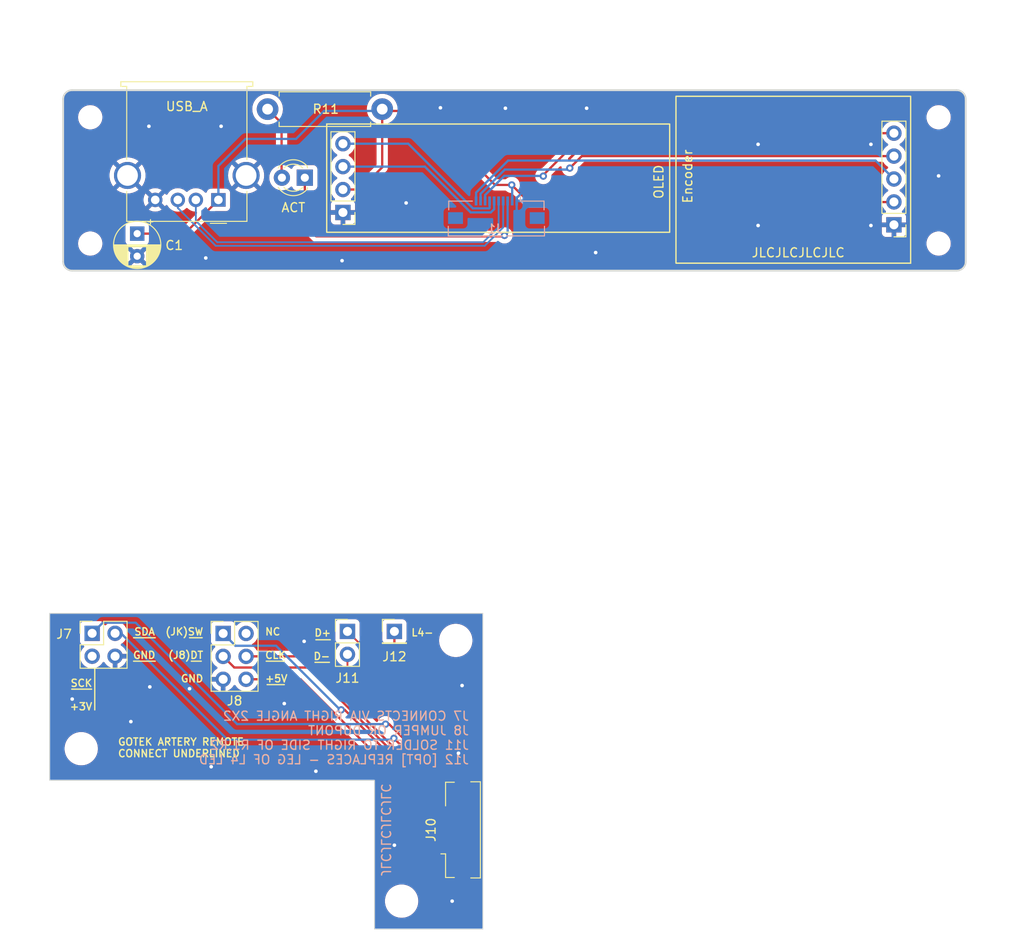
<source format=kicad_pcb>
(kicad_pcb (version 20240108) (generator "pcbnew") (generator_version "8.0")
  (layers (0 "F.Cu" signal) (31 "B.Cu" signal) (34 "B.Paste" user) (35 "F.Paste" user) (36 "B.SilkS" user "B.Silkscreen") (37 "F.SilkS" user "F.Silkscreen") (38 "B.Mask" user) (39 "F.Mask" user) (44 "Edge.Cuts" user))
  (net 0 "")
  (net 1 "/GND")
  (net 2 "/+5V")
  (net 3 "/ACT_LED_SINK")
  (net 4 "/USB_D+")
  (net 5 "/USB_D-")
  (net 6 "/OLED_SCK")
  (net 7 "/OLED_SDA")
  (net 8 "/ROT_CLK")
  (net 9 "/ROT_DT")
  (net 10 "/ROT_SW")
  (net 11 "/Gotek Side/OLED_SDA")
  (net 12 "/Gotek Side/OLED_SCK")
  (net 13 "/Gotek Side/ROT_DT")
  (net 14 "/Gotek Side/GND")
  (net 15 "/Gotek Side/USB_D+")
  (net 16 "/Gotek Side/USB_D-")
  (net 17 "/Gotek Side/ROT_SW")
  (net 18 "/Gotek Side/ROT_CLK")
  (net 19 "/Gotek Side/+3V")
  (net 21 "/Gotek Side/+5V")
  (net 22 "Net-(D11-A)")
  (net 23 "/Gotek Side/ACT_LED_SINK")
  (footprint "Connector_PinHeader_2.54mm:PinHeader_2x03_P2.54mm_Vertical" (layer "F.Cu") (at 64.725 100.225)
    (property "Reference" "J8" (at 1.27 7.475 0) (layer "F.SilkS"))
    (property "Value" "J8 Mirror")
    (fp_line (start -1.33 -1.33) (end 0 -1.33) (stroke (width 0.12)) (layer "F.SilkS"))
    (fp_line (start -1.33 0) (end -1.33 -1.33) (stroke (width 0.12)) (layer "F.SilkS"))
    (fp_line (start -1.33 1.27) (end -1.33 6.41) (stroke (width 0.12)) (layer "F.SilkS"))
    (fp_line (start -1.33 1.27) (end 1.27 1.27) (stroke (width 0.12)) (layer "F.SilkS"))
    (fp_line (start -1.33 6.41) (end 3.87 6.41) (stroke (width 0.12)) (layer "F.SilkS"))
    (fp_line (start 1.27 -1.33) (end 3.87 -1.33) (stroke (width 0.12)) (layer "F.SilkS"))
    (fp_line (start 1.27 1.27) (end 1.27 -1.33) (stroke (width 0.12)) (layer "F.SilkS"))
    (fp_line (start 3.87 -1.33) (end 3.87 6.41) (stroke (width 0.12)) (layer "F.SilkS"))
    (pad "1" thru_hole rect (at 0 0) (size 1.7 1.7) (drill 1) (layers "*.Cu" "*.Mask") (net 17 "/Gotek Side/ROT_SW"))
    (pad "2" thru_hole oval (at 2.54 0) (size 1.7 1.7) (drill 1) (layers "*.Cu" "*.Mask"))
    (pad "3" thru_hole oval (at 0 2.54) (size 1.7 1.7) (drill 1) (layers "*.Cu" "*.Mask") (net 13 "/Gotek Side/ROT_DT"))
    (pad "4" thru_hole oval (at 2.54 2.54) (size 1.7 1.7) (drill 1) (layers "*.Cu" "*.Mask") (net 18 "/Gotek Side/ROT_CLK"))
    (pad "5" thru_hole oval (at 0 5.08) (size 1.7 1.7) (drill 1) (layers "*.Cu" "*.Mask") (net 14 "/Gotek Side/GND"))
    (pad "6" thru_hole oval (at 2.54 5.08) (size 1.7 1.7) (drill 1) (layers "*.Cu" "*.Mask") (net 21 "/Gotek Side/+5V"))
  )
  (footprint "Connector_USB:USB_A_Molex_67643_Horizontal" (layer "F.Cu") (at 64.2 52.16 180)
    (property "Reference" "J2" (hide yes))
    (property "Value" "USB_A" (at 3.5 10.36 0) (layer "F.SilkS"))
    (fp_line (start 10.81 13.1) (end 10.81 12.58) (stroke (width 0.12)) (layer "F.SilkS"))
    (fp_line (start 10.81 12.58) (end 10.16 12.58) (stroke (width 0.12)) (layer "F.SilkS"))
    (fp_line (start 10.16 4.47) (end 10.16 12.58) (stroke (width 0.12)) (layer "F.SilkS"))
    (fp_line (start 10.16 -2.38) (end 10.16 0.95) (stroke (width 0.12)) (layer "F.SilkS"))
    (fp_line (start -0.9 -2.6) (end 0.9 -2.6) (stroke (width 0.12)) (layer "F.SilkS"))
    (fp_line (start -3.16 12.58) (end -3.16 4.47) (stroke (width 0.12)) (layer "F.SilkS"))
    (fp_line (start -3.16 12.58) (end -3.81 12.58) (stroke (width 0.12)) (layer "F.SilkS"))
    (fp_line (start -3.16 -2.38) (end 10.16 -2.38) (stroke (width 0.12)) (layer "F.SilkS"))
    (fp_line (start -3.16 -2.38) (end -3.16 0.95) (stroke (width 0.12)) (layer "F.SilkS"))
    (fp_line (start -3.81 13.1) (end 10.81 13.1) (stroke (width 0.12)) (layer "F.SilkS"))
    (fp_line (start -3.81 12.58) (end -3.81 13.1) (stroke (width 0.12)) (layer "F.SilkS"))
    (pad "1" thru_hole rect (at 0 0 180) (size 1.6 1.5) (drill 0.95) (layers "*.Cu" "*.Mask") (net 2 "/+5V"))
    (pad "2" thru_hole circle (at 2.5 0 180) (size 1.6 1.6) (drill 0.95) (layers "*.Cu" "*.Mask") (net 5 "/USB_D-"))
    (pad "3" thru_hole circle (at 4.5 0 180) (size 1.6 1.6) (drill 0.95) (layers "*.Cu" "*.Mask") (net 4 "/USB_D+"))
    (pad "4" thru_hole circle (at 7 0 180) (size 1.6 1.6) (drill 0.95) (layers "*.Cu" "*.Mask") (net 1 "/GND"))
    (pad "5" thru_hole circle (at -3.07 2.71 180) (size 3 3) (drill 2.3) (layers "*.Cu" "*.Mask") (net 1 "/GND"))
    (pad "5" thru_hole circle (at 10.07 2.71 180) (size 3 3) (drill 2.3) (layers "*.Cu" "*.Mask") (net 1 "/GND"))
  )
  (footprint "LED_THT:LED_D3.0mm" (layer "F.Cu") (at 73.775 49.7 180)
    (property "Reference" "D11" (hide yes))
    (property "Value" "LED" (hide yes))
    (fp_line (start -0.29 1.08) (end -0.29 1.236) (stroke (width 0.12)) (layer "F.SilkS"))
    (fp_line (start -0.29 -1.236) (end -0.29 -1.08) (stroke (width 0.12)) (layer "F.SilkS"))
    (fp_arc (start 2.942335 1.078608) (mid 1.366487 1.987659) (end -0.29 1.235516) (stroke (width 0.12)) (layer "F.SilkS"))
    (fp_arc (start 2.31113 1.079837) (mid 1.270117 1.5) (end 0.229039 1.08) (stroke (width 0.12)) (layer "F.SilkS"))
    (fp_arc (start 0.229039 -1.08) (mid 1.270117 -1.5) (end 2.31113 -1.079837) (stroke (width 0.12)) (layer "F.SilkS"))
    (fp_arc (start -0.29 -1.235516) (mid 1.366487 -1.987659) (end 2.942335 -1.078608) (stroke (width 0.12)) (layer "F.SilkS"))
    (pad "1" thru_hole rect (at 0 0 180) (size 1.8 1.8) (drill 0.9) (layers "*.Cu" "*.Mask") (net 3 "/ACT_LED_SINK"))
    (pad "2" thru_hole circle (at 2.54 0 180) (size 1.8 1.8) (drill 0.9) (layers "*.Cu" "*.Mask") (net 22 "Net-(D11-A)"))
  )
  (footprint "Connector_PinHeader_2.54mm:PinHeader_1x05_P2.54mm_Vertical" (layer "F.Cu") (at 139.050001 54.925 180)
    (property "Reference" "J4")
    (property "Value" "Encoder" (at 22.85 5.375 -90) (layer "F.SilkS"))
    (fp_line (start 1.33 1.270001) (end 1.33 11.49) (stroke (width 0.12)) (layer "F.SilkS"))
    (fp_line (start -1.33 11.49) (end 1.33 11.49) (stroke (width 0.12)) (layer "F.SilkS"))
    (fp_line (start -1.33 1.270001) (end 1.33 1.270001) (stroke (width 0.12)) (layer "F.SilkS"))
    (fp_line (start -1.33 1.270001) (end -1.33 11.49) (stroke (width 0.12)) (layer "F.SilkS"))
    (fp_line (start -1.33 0) (end -1.33 -1.33) (stroke (width 0.12)) (layer "F.SilkS"))
    (fp_line (start -1.33 -1.33) (end 0 -1.33) (stroke (width 0.12)) (layer "F.SilkS"))
    (pad "1" thru_hole rect (at 0 0 180) (size 1.7 1.7) (drill 1) (layers "*.Cu" "*.Mask") (net 1 "/GND"))
    (pad "2" thru_hole oval (at 0 2.54 180) (size 1.7 1.7) (drill 1) (layers "*.Cu" "*.Mask") (net 2 "/+5V"))
    (pad "3" thru_hole oval (at 0 5.079999 180) (size 1.7 1.7) (drill 1) (layers "*.Cu" "*.Mask") (net 10 "/ROT_SW"))
    (pad "4" thru_hole oval (at 0 7.62 180) (size 1.7 1.7) (drill 1) (layers "*.Cu" "*.Mask") (net 9 "/ROT_DT"))
    (pad "5" thru_hole oval (at 0 10.16 180) (size 1.7 1.7) (drill 1) (layers "*.Cu" "*.Mask") (net 8 "/ROT_CLK"))
  )
  (footprint "MountingHole:MountingHole_2.2mm_M2" (layer "F.Cu") (at 50 43)
    (property "Reference" "H1" (hide yes))
    (property "Value" "MountingHole_2.2mm_M2")
    (pad "" np_thru_hole circle (at 0 0) (size 2.2 2.2) (drill 2.2) (layers "*.Cu" "*.Mask"))
  )
  (footprint "MountingHole:MountingHole_3.2mm_M3" (layer "F.Cu") (at 49 113)
    (property "Reference" "H5" (hide yes))
    (property "Value" "MountingHole_3.2mm_M3" (hide yes))
    (pad "" np_thru_hole circle (at 0 0) (size 3.2 3.2) (drill 3.2) (layers "*.Cu" "*.Mask"))
  )
  (footprint "Connector_PinHeader_2.54mm:PinHeader_2x02_P2.54mm_Vertical" (layer "F.Cu") (at 50.21 100.21)
    (property "Reference" "J7" (at -3.11 0.09 0) (layer "F.SilkS"))
    (property "Value" "J7 Right Angle Connector")
    (fp_line (start -1.33 -1.33) (end 0 -1.33) (stroke (width 0.12)) (layer "F.SilkS"))
    (fp_line (start -1.33 0) (end -1.33 -1.33) (stroke (width 0.12)) (layer "F.SilkS"))
    (fp_line (start -1.33 1.27) (end -1.33 3.87) (stroke (width 0.12)) (layer "F.SilkS"))
    (fp_line (start -1.33 1.27) (end 1.27 1.27) (stroke (width 0.12)) (layer "F.SilkS"))
    (fp_line (start -1.33 3.87) (end 3.87 3.87) (stroke (width 0.12)) (layer "F.SilkS"))
    (fp_line (start 1.27 -1.33) (end 3.87 -1.33) (stroke (width 0.12)) (layer "F.SilkS"))
    (fp_line (start 1.27 1.27) (end 1.27 -1.33) (stroke (width 0.12)) (layer "F.SilkS"))
    (fp_line (start 3.87 -1.33) (end 3.87 3.87) (stroke (width 0.12)) (layer "F.SilkS"))
    (pad "1" thru_hole rect (at 0 0) (size 1.7 1.7) (drill 1) (layers "*.Cu" "*.Mask") (net 12 "/Gotek Side/OLED_SCK"))
    (pad "2" thru_hole oval (at 2.54 0) (size 1.7 1.7) (drill 1) (layers "*.Cu" "*.Mask") (net 11 "/Gotek Side/OLED_SDA"))
    (pad "3" thru_hole oval (at 0 2.54) (size 1.7 1.7) (drill 1) (layers "*.Cu" "*.Mask") (net 19 "/Gotek Side/+3V"))
    (pad "4" thru_hole oval (at 2.54 2.54) (size 1.7 1.7) (drill 1) (layers "*.Cu" "*.Mask") (net 14 "/Gotek Side/GND"))
  )
  (footprint "Capacitor_THT:CP_Radial_D5.0mm_P2.50mm" (layer "F.Cu") (at 55.2 55.9 -90)
    (property "Reference" "C1" (at 1.3 -4.1 180) (layer "F.SilkS"))
    (property "Value" "22u" (hide yes))
    (fp_line (start 1.69 1.040001) (end 1.69 2.543) (stroke (width 0.12)) (layer "F.SilkS"))
    (fp_line (start 1.85 1.040001) (end 1.85 2.511001) (stroke (width 0.12)) (layer "F.SilkS"))
    (fp_line (start 1.971 1.040001) (end 1.971 2.48) (stroke (width 0.12)) (layer "F.SilkS"))
    (fp_line (start 2.131 1.040001) (end 2.131 2.428) (stroke (width 0.12)) (layer "F.SilkS"))
    (fp_line (start 2.411 1.040001) (end 2.411 2.31) (stroke (width 0.12)) (layer "F.SilkS"))
    (fp_line (start 2.571 1.040001) (end 2.571 2.224) (stroke (width 0.12)) (layer "F.SilkS"))
    (fp_line (start 3.011 1.040001) (end 3.011001 1.901) (stroke (width 0.12)) (layer "F.SilkS"))
    (fp_line (start 3.451 1.040001) (end 3.451 1.383) (stroke (width 0.12)) (layer "F.SilkS"))
    (fp_line (start 1.49 1.04) (end 1.49 2.569) (stroke (width 0.12)) (layer "F.SilkS"))
    (fp_line (start 1.529999 1.04) (end 1.529999 2.565) (stroke (width 0.12)) (layer "F.SilkS"))
    (fp_line (start 1.57 1.04) (end 1.57 2.561) (stroke (width 0.12)) (layer "F.SilkS"))
    (fp_line (start 1.61 1.04) (end 1.61 2.556) (stroke (width 0.12)) (layer "F.SilkS"))
    (fp_line (start 1.65 1.04) (end 1.65 2.55) (stroke (width 0.12)) (layer "F.SilkS"))
    (fp_line (start 1.73 1.04) (end 1.73 2.536) (stroke (width 0.12)) (layer "F.SilkS"))
    (fp_line (start 1.77 1.04) (end 1.77 2.528) (stroke (width 0.12)) (layer "F.SilkS"))
    (fp_line (start 1.81 1.04) (end 1.81 2.52) (stroke (width 0.12)) (layer "F.SilkS"))
    (fp_line (start 1.89 1.04) (end 1.89 2.501) (stroke (width 0.12)) (layer "F.SilkS"))
    (fp_line (start 1.93 1.04) (end 1.93 2.491) (stroke (width 0.12)) (layer "F.SilkS"))
    (fp_line (start 2.011 1.04) (end 2.011 2.468) (stroke (width 0.12)) (layer "F.SilkS"))
    (fp_line (start 2.051 1.04) (end 2.051 2.455) (stroke (width 0.12)) (layer "F.SilkS"))
    (fp_line (start 2.091 1.04) (end 2.091 2.442) (stroke (width 0.12)) (layer "F.SilkS"))
    (fp_line (start 2.171 1.04) (end 2.171 2.414) (stroke (width 0.12)) (layer "F.SilkS"))
    (fp_line (start 2.211 1.04) (end 2.211 2.398) (stroke (width 0.12)) (layer "F.SilkS"))
    (fp_line (start 2.250999 1.04) (end 2.251 2.382) (stroke (width 0.12)) (layer "F.SilkS"))
    (fp_line (start 2.291001 1.04) (end 2.291 2.365) (stroke (width 0.12)) (layer "F.SilkS"))
    (fp_line (start 2.331 1.04) (end 2.331 2.348) (stroke (width 0.12)) (layer "F.SilkS"))
    (fp_line (start 2.371 1.04) (end 2.371 2.329) (stroke (width 0.12)) (layer "F.SilkS"))
    (fp_line (start 2.451 1.04) (end 2.451 2.29) (stroke (width 0.12)) (layer "F.SilkS"))
    (fp_line (start 2.491 1.04) (end 2.491 2.268) (stroke (width 0.12)) (layer "F.SilkS"))
    (fp_line (start 2.531 1.04) (end 2.531 2.247) (stroke (width 0.12)) (layer "F.SilkS"))
    (fp_line (start 2.611 1.04) (end 2.611 2.2) (stroke (width 0.12)) (layer "F.SilkS"))
    (fp_line (start 2.651 1.04) (end 2.651 2.175) (stroke (width 0.12)) (layer "F.SilkS"))
    (fp_line (start 2.691 1.04) (end 2.691 2.149) (stroke (width 0.12)) (layer "F.SilkS"))
    (fp_line (start 2.731001 1.04) (end 2.731 2.122) (stroke (width 0.12)) (layer "F.SilkS"))
    (fp_line (start 2.771 1.04) (end 2.771 2.095) (stroke (width 0.12)) (layer "F.SilkS"))
    (fp_line (start 2.811 1.04) (end 2.811 2.065) (stroke (width 0.12)) (layer "F.SilkS"))
    (fp_line (start 2.850999 1.04) (end 2.851 2.035) (stroke (width 0.12)) (layer "F.SilkS"))
    (fp_line (start 2.891 1.04) (end 2.891 2.004) (stroke (width 0.12)) (layer "F.SilkS"))
    (fp_line (start 2.931 1.04) (end 2.931 1.970999) (stroke (width 0.12)) (layer "F.SilkS"))
    (fp_line (start 2.971 1.04) (end 2.971 1.937) (stroke (width 0.12)) (layer "F.SilkS"))
    (fp_line (start 3.051 1.04) (end 3.051 1.864) (stroke (width 0.12)) (layer "F.SilkS"))
    (fp_line (start 3.091 1.04) (end 3.091 1.826) (stroke (width 0.12)) (layer "F.SilkS"))
    (fp_line (start 3.131 1.04) (end 3.131 1.785) (stroke (width 0.12)) (layer "F.SilkS"))
    (fp_line (start 3.171001 1.04) (end 3.171 1.743001) (stroke (width 0.12)) (layer "F.SilkS"))
    (fp_line (start 3.211 1.04) (end 3.210999 1.699) (stroke (width 0.12)) (layer "F.SilkS"))
    (fp_line (start 3.251 1.04) (end 3.251001 1.653) (stroke (width 0.12)) (layer "F.SilkS"))
    (fp_line (start 3.290999 1.04) (end 3.291 1.605) (stroke (width 0.12)) (layer "F.SilkS"))
    (fp_line (start 3.331 1.04) (end 3.331 1.554) (stroke (width 0.12)) (layer "F.SilkS"))
    (fp_line (start 3.371 1.04) (end 3.371 1.5) (stroke (width 0.12)) (layer "F.SilkS"))
    (fp_line (start 3.411 1.04) (end 3.411 1.443) (stroke (width 0.12)) (layer "F.SilkS"))
    (fp_line (start 3.491 1.04) (end 3.491 1.319) (stroke (width 0.12)) (layer "F.SilkS"))
    (fp_line (start 3.531 1.04) (end 3.531 1.251001) (stroke (width 0.12)) (layer "F.SilkS"))
    (fp_line (start 3.851 -0.284) (end 3.851 0.284) (stroke (width 0.12)) (layer "F.SilkS"))
    (fp_line (start 3.811 -0.518) (end 3.811 0.518) (stroke (width 0.12)) (layer "F.SilkS"))
    (fp_line (start 3.771 -0.677) (end 3.771 0.677) (stroke (width 0.12)) (layer "F.SilkS"))
    (fp_line (start 3.730999 -0.805) (end 3.730999 0.805) (stroke (width 0.12)) (layer "F.SilkS"))
    (fp_line (start 3.691 -0.915) (end 3.691 0.915) (stroke (width 0.12)) (layer "F.SilkS"))
    (fp_line (start 3.651 -1.011) (end 3.651 1.011) (stroke (width 0.12)) (layer "F.SilkS"))
    (fp_line (start 3.611 -1.098) (end 3.611 1.098) (stroke (width 0.12)) (layer "F.SilkS"))
    (fp_line (start 3.571 -1.178) (end 3.571 1.178) (stroke (width 0.12)) (layer "F.SilkS"))
    (fp_line (start 3.531 -1.251001) (end 3.531 -1.04) (stroke (width 0.12)) (layer "F.SilkS"))
    (fp_line (start 3.491 -1.319) (end 3.491 -1.04) (stroke (width 0.12)) (layer "F.SilkS"))
    (fp_line (start 3.451 -1.383) (end 3.451 -1.040001) (stroke (width 0.12)) (layer "F.SilkS"))
    (fp_line (start 3.411 -1.443) (end 3.411 -1.04) (stroke (width 0.12)) (layer "F.SilkS"))
    (fp_line (start -1.554774 -1.475) (end -1.054775 -1.475) (stroke (width 0.12)) (layer "F.SilkS"))
    (fp_line (start 3.371 -1.5) (end 3.371 -1.04) (stroke (width 0.12)) (layer "F.SilkS"))
    (fp_line (start 3.331 -1.554) (end 3.331 -1.04) (stroke (width 0.12)) (layer "F.SilkS"))
    (fp_line (start 3.291 -1.605) (end 3.290999 -1.04) (stroke (width 0.12)) (layer "F.SilkS"))
    (fp_line (start 3.251001 -1.653) (end 3.251 -1.04) (stroke (width 0.12)) (layer "F.SilkS"))
    (fp_line (start 3.210999 -1.699) (end 3.211 -1.04) (stroke (width 0.12)) (layer "F.SilkS"))
    (fp_line (start -1.304775 -1.725) (end -1.304775 -1.225) (stroke (width 0.12)) (layer "F.SilkS"))
    (fp_line (start 3.171 -1.743001) (end 3.171001 -1.04) (stroke (width 0.12)) (layer "F.SilkS"))
    (fp_line (start 3.131 -1.785) (end 3.131 -1.04) (stroke (width 0.12)) (layer "F.SilkS"))
    (fp_line (start 3.091 -1.826) (end 3.091 -1.04) (stroke (width 0.12)) (layer "F.SilkS"))
    (fp_line (start 3.051 -1.864) (end 3.051 -1.04) (stroke (width 0.12)) (layer "F.SilkS"))
    (fp_line (start 3.011001 -1.901) (end 3.011 -1.040001) (stroke (width 0.12)) (layer "F.SilkS"))
    (fp_line (start 2.971 -1.937) (end 2.971 -1.04) (stroke (width 0.12)) (layer "F.SilkS"))
    (fp_line (start 2.931 -1.970999) (end 2.931 -1.04) (stroke (width 0.12)) (layer "F.SilkS"))
    (fp_line (start 2.891 -2.004) (end 2.891 -1.04) (stroke (width 0.12)) (layer "F.SilkS"))
    (fp_line (start 2.851 -2.035) (end 2.850999 -1.04) (stroke (width 0.12)) (layer "F.SilkS"))
    (fp_line (start 2.811 -2.065) (end 2.811 -1.04) (stroke (width 0.12)) (layer "F.SilkS"))
    (fp_line (start 2.771 -2.095) (end 2.771 -1.04) (stroke (width 0.12)) (layer "F.SilkS"))
    (fp_line (start 2.731 -2.122) (end 2.731001 -1.04) (stroke (width 0.12)) (layer "F.SilkS"))
    (fp_line (start 2.691 -2.149) (end 2.691 -1.04) (stroke (width 0.12)) (layer "F.SilkS"))
    (fp_line (start 2.651 -2.175) (end 2.651 -1.04) (stroke (width 0.12)) (layer "F.SilkS"))
    (fp_line (start 2.611 -2.2) (end 2.611 -1.04) (stroke (width 0.12)) (layer "F.SilkS"))
    (fp_line (start 2.571 -2.224) (end 2.571 -1.040001) (stroke (width 0.12)) (layer "F.SilkS"))
    (fp_line (start 2.531 -2.247) (end 2.531 -1.04) (stroke (width 0.12)) (layer "F.SilkS"))
    (fp_line (start 2.491 -2.268) (end 2.491 -1.04) (stroke (width 0.12)) (layer "F.SilkS"))
    (fp_line (start 2.451 -2.29) (end 2.451 -1.04) (stroke (width 0.12)) (layer "F.SilkS"))
    (fp_line (start 2.411 -2.31) (end 2.411 -1.040001) (stroke (width 0.12)) (layer "F.SilkS"))
    (fp_line (start 2.371 -2.329) (end 2.371 -1.04) (stroke (width 0.12)) (layer "F.SilkS"))
    (fp_line (start 2.331 -2.348) (end 2.331 -1.04) (stroke (width 0.12)) (layer "F.SilkS"))
    (fp_line (start 2.291 -2.365) (end 2.291001 -1.04) (stroke (width 0.12)) (layer "F.SilkS"))
    (fp_line (start 2.251 -2.382) (end 2.250999 -1.04) (stroke (width 0.12)) (layer "F.SilkS"))
    (fp_line (start 2.211 -2.398) (end 2.211 -1.04) (stroke (width 0.12)) (layer "F.SilkS"))
    (fp_line (start 2.171 -2.414) (end 2.171 -1.04) (stroke (width 0.12)) (layer "F.SilkS"))
    (fp_line (start 2.131 -2.428) (end 2.131 -1.040001) (stroke (width 0.12)) (layer "F.SilkS"))
    (fp_line (start 2.091 -2.442) (end 2.091 -1.04) (stroke (width 0.12)) (layer "F.SilkS"))
    (fp_line (start 2.051 -2.455) (end 2.051 -1.04) (stroke (width 0.12)) (layer "F.SilkS"))
    (fp_line (start 2.011 -2.468) (end 2.011 -1.04) (stroke (width 0.12)) (layer "F.SilkS"))
    (fp_line (start 1.971 -2.48) (end 1.971 -1.040001) (stroke (width 0.12)) (layer "F.SilkS"))
    (fp_line (start 1.93 -2.491) (end 1.93 -1.04) (stroke (width 0.12)) (layer "F.SilkS"))
    (fp_line (start 1.89 -2.501) (end 1.89 -1.04) (stroke (width 0.12)) (layer "F.SilkS"))
    (fp_line (start 1.85 -2.511001) (end 1.85 -1.040001) (stroke (width 0.12)) (layer "F.SilkS"))
    (fp_line (start 1.81 -2.52) (end 1.81 -1.04) (stroke (width 0.12)) (layer "F.SilkS"))
    (fp_line (start 1.77 -2.528) (end 1.77 -1.04) (stroke (width 0.12)) (layer "F.SilkS"))
    (fp_line (start 1.73 -2.536) (end 1.73 -1.04) (stroke (width 0.12)) (layer "F.SilkS"))
    (fp_line (start 1.69 -2.543) (end 1.69 -1.040001) (stroke (width 0.12)) (layer "F.SilkS"))
    (fp_line (start 1.65 -2.55) (end 1.65 -1.04) (stroke (width 0.12)) (layer "F.SilkS"))
    (fp_line (start 1.61 -2.556) (end 1.61 -1.04) (stroke (width 0.12)) (layer "F.SilkS"))
    (fp_line (start 1.57 -2.561) (end 1.57 -1.04) (stroke (width 0.12)) (layer "F.SilkS"))
    (fp_line (start 1.529999 -2.565) (end 1.529999 -1.04) (stroke (width 0.12)) (layer "F.SilkS"))
    (fp_line (start 1.49 -2.569) (end 1.49 -1.04) (stroke (width 0.12)) (layer "F.SilkS"))
    (fp_line (start 1.45 -2.573) (end 1.45 2.573) (stroke (width 0.12)) (layer "F.SilkS"))
    (fp_line (start 1.41 -2.576001) (end 1.41 2.576001) (stroke (width 0.12)) (layer "F.SilkS"))
    (fp_line (start 1.37 -2.578) (end 1.37 2.578) (stroke (width 0.12)) (layer "F.SilkS"))
    (fp_line (start 1.33 -2.578999) (end 1.33 2.578999) (stroke (width 0.12)) (layer "F.SilkS"))
    (fp_line (start 1.25 -2.58) (end 1.25 2.58) (stroke (width 0.12)) (layer "F.SilkS"))
    (fp_line (start 1.29 -2.58) (end 1.29 2.58) (stroke (width 0.12)) (layer "F.SilkS"))
    (fp_circle (center 1.249999 0) (end 3.87 0) (stroke (width 0.12)) (fill none) (layer "F.SilkS"))
    (pad "1" thru_hole rect (at 0 0 270) (size 1.6 1.6) (drill 0.8) (layers "*.Cu" "*.Mask") (net 2 "/+5V"))
    (pad "2" thru_hole circle (at 2.5 0 270) (size 1.6 1.6) (drill 0.8) (layers "*.Cu" "*.Mask") (net 1 "/GND"))
  )
  (footprint "Connector_PinHeader_2.54mm:PinHeader_1x02_P2.54mm_Vertical" (layer "F.Cu") (at 78.5 100)
    (property "Reference" "J11" (at 0 5.175 0) (layer "F.SilkS"))
    (property "Value" "USB Breakout")
    (fp_line (start -1.33 -1.33) (end 0 -1.33) (stroke (width 0.12)) (layer "F.SilkS"))
    (fp_line (start -1.33 0) (end -1.33 -1.33) (stroke (width 0.12)) (layer "F.SilkS"))
    (fp_line (start -1.33 1.270001) (end -1.33 3.87) (stroke (width 0.12)) (layer "F.SilkS"))
    (fp_line (start -1.33 1.270001) (end 1.33 1.270001) (stroke (width 0.12)) (layer "F.SilkS"))
    (fp_line (start -1.33 3.87) (end 1.33 3.87) (stroke (width 0.12)) (layer "F.SilkS"))
    (fp_line (start 1.33 1.270001) (end 1.33 3.87) (stroke (width 0.12)) (layer "F.SilkS"))
    (pad "1" thru_hole rect (at 0 0) (size 1.7 1.7) (drill 1) (layers "*.Cu" "*.Mask") (net 15 "/Gotek Side/USB_D+"))
    (pad "2" thru_hole oval (at 0 2.54) (size 1.7 1.7) (drill 1) (layers "*.Cu" "*.Mask") (net 16 "/Gotek Side/USB_D-"))
  )
  (footprint "Connector_PinHeader_2.54mm:PinHeader_1x01_P2.54mm_Vertical" (layer "F.Cu") (at 83.7 100)
    (property "Reference" "J12" (at 0 2.8 0) (layer "F.SilkS"))
    (property "Value" "Activity LED Cathode")
    (fp_line (start -1.33 -1.33) (end 0 -1.33) (stroke (width 0.12)) (layer "F.SilkS"))
    (fp_line (start -1.33 0) (end -1.33 -1.33) (stroke (width 0.12)) (layer "F.SilkS"))
    (fp_line (start -1.33 1.27) (end -1.33 1.33) (stroke (width 0.12)) (layer "F.SilkS"))
    (fp_line (start -1.33 1.27) (end 1.33 1.27) (stroke (width 0.12)) (layer "F.SilkS"))
    (fp_line (start -1.33 1.33) (end 1.33 1.33) (stroke (width 0.12)) (layer "F.SilkS"))
    (fp_line (start 1.33 1.27) (end 1.33 1.33) (stroke (width 0.12)) (layer "F.SilkS"))
    (pad "1" thru_hole rect (at 0 0) (size 1.7 1.7) (drill 1) (layers "*.Cu" "*.Mask") (net 23 "/Gotek Side/ACT_LED_SINK"))
  )
  (footprint "MountingHole:MountingHole_2.2mm_M2" (layer "F.Cu") (at 144 57)
    (property "Reference" "H4" (hide yes))
    (property "Value" "MountingHole_2.2mm_M2")
    (pad "" np_thru_hole circle (at 0 0) (size 2.2 2.2) (drill 2.2) (layers "*.Cu" "*.Mask"))
  )
  (footprint "MountingHole:MountingHole_3.2mm_M3" (layer "F.Cu") (at 90.5 101)
    (property "Reference" "H7" (hide yes))
    (property "Value" "MountingHole_3.2mm_M3" (hide yes))
    (pad "" np_thru_hole circle (at 0 0) (size 3.2 3.2) (drill 3.2) (layers "*.Cu" "*.Mask"))
  )
  (footprint "Connector_PinHeader_2.54mm:PinHeader_1x04_P2.54mm_Vertical" (layer "F.Cu") (at 78 53.552807 180)
    (property "Reference" "J3")
    (property "Value" "OLED" (at -35 3.4 -90) (layer "F.SilkS"))
    (fp_line (start 1.33 1.270001) (end 1.33 8.95) (stroke (width 0.12)) (layer "F.SilkS"))
    (fp_line (start -1.33 8.95) (end 1.33 8.95) (stroke (width 0.12)) (layer "F.SilkS"))
    (fp_line (start -1.33 1.270001) (end 1.33 1.270001) (stroke (width 0.12)) (layer "F.SilkS"))
    (fp_line (start -1.33 1.270001) (end -1.33 8.95) (stroke (width 0.12)) (layer "F.SilkS"))
    (fp_line (start -1.33 0) (end -1.33 -1.33) (stroke (width 0.12)) (layer "F.SilkS"))
    (fp_line (start -1.33 -1.33) (end 0 -1.33) (stroke (width 0.12)) (layer "F.SilkS"))
    (pad "1" thru_hole rect (at 0 0 180) (size 1.7 1.7) (drill 1) (layers "*.Cu" "*.Mask") (net 1 "/GND"))
    (pad "2" thru_hole oval (at 0 2.54 180) (size 1.7 1.7) (drill 1) (layers "*.Cu" "*.Mask") (net 2 "/+5V"))
    (pad "3" thru_hole oval (at 0 5.079999 180) (size 1.7 1.7) (drill 1) (layers "*.Cu" "*.Mask") (net 6 "/OLED_SCK"))
    (pad "4" thru_hole oval (at 0 7.62 180) (size 1.7 1.7) (drill 1) (layers "*.Cu" "*.Mask") (net 7 "/OLED_SDA"))
  )
  (footprint "Connector_FFC-FPC:Molex_54548-1071_1x10-1MP_P0.5mm_Horizontal" (layer "F.Cu") (at 90.375 122 90)
    (property "Reference" "J10" (at 0 -2.625 -90) (layer "F.SilkS"))
    (property "Value" "FFC 10x1 0.5mm")
    (fp_line (start -2.66 -1.525) (end -2.66 -1.005) (stroke (width 0.12)) (layer "F.SilkS"))
    (fp_line (start 5.28 -1.005) (end 2.66 -1.005) (stroke (width 0.12)) (layer "F.SilkS"))
    (fp_line (start -2.66 -1.005) (end -5.28 -1.005) (stroke (width 0.12)) (layer "F.SilkS"))
    (fp_line (start -5.28 -1.005) (end -5.28 -0.035) (stroke (width 0.12)) (layer "F.SilkS"))
    (fp_line (start 5.28 -0.035) (end 5.28 -1.005) (stroke (width 0.12)) (layer "F.SilkS"))
    (fp_line (start -5.330001 1.785) (end -5.33 2.855) (stroke (width 0.12)) (layer "F.SilkS"))
    (fp_line (start 5.33 2.855) (end 5.330001 1.785) (stroke (width 0.12)) (layer "F.SilkS"))
    (fp_line (start -5.33 2.855) (end 5.33 2.855) (stroke (width 0.12)) (layer "F.SilkS"))
    (pad "1" smd rect (at -2.25 -1.025 90) (size 0.3 1) (layers "F.Cu" "F.Paste" "F.Mask") (net 17 "/Gotek Side/ROT_SW"))
    (pad "2" smd rect (at -1.749999 -1.025 90) (size 0.3 1) (layers "F.Cu" "F.Paste" "F.Mask") (net 13 "/Gotek Side/ROT_DT"))
    (pad "3" smd rect (at -1.25 -1.025 90) (size 0.3 1) (layers "F.Cu" "F.Paste" "F.Mask") (net 18 "/Gotek Side/ROT_CLK"))
    (pad "4" smd rect (at -0.750001 -1.025 90) (size 0.3 1) (layers "F.Cu" "F.Paste" "F.Mask") (net 11 "/Gotek Side/OLED_SDA"))
    (pad "5" smd rect (at -0.25 -1.025 90) (size 0.3 1) (layers "F.Cu" "F.Paste" "F.Mask") (net 12 "/Gotek Side/OLED_SCK"))
    (pad "6" smd rect (at 0.25 -1.025 90) (size 0.3 1) (layers "F.Cu" "F.Paste" "F.Mask") (net 16 "/Gotek Side/USB_D-"))
    (pad "7" smd rect (at 0.750001 -1.025 90) (size 0.3 1) (layers "F.Cu" "F.Paste" "F.Mask") (net 15 "/Gotek Side/USB_D+"))
    (pad "8" smd rect (at 1.25 -1.025 90) (size 0.3 1) (layers "F.Cu" "F.Paste" "F.Mask") (net 23 "/Gotek Side/ACT_LED_SINK"))
    (pad "9" smd rect (at 1.749999 -1.025 90) (size 0.3 1) (layers "F.Cu" "F.Paste" "F.Mask") (net 21 "/Gotek Side/+5V"))
    (pad "10" smd rect (at 2.25 -1.025 90) (size 0.3 1) (layers "F.Cu" "F.Paste" "F.Mask") (net 14 "/Gotek Side/GND"))
    (pad "MP" smd rect (at -4.525 0.875 90) (size 1.65 1.3) (layers "F.Cu" "F.Paste" "F.Mask"))
    (pad "MP" smd rect (at 4.525 0.875 90) (size 1.65 1.3) (layers "F.Cu" "F.Paste" "F.Mask"))
  )
  (footprint "MountingHole:MountingHole_2.2mm_M2" (layer "F.Cu") (at 144 43)
    (property "Reference" "H3" (hide yes))
    (property "Value" "MountingHole_2.2mm_M2")
    (pad "" np_thru_hole circle (at 0 0) (size 2.2 2.2) (drill 2.2) (layers "*.Cu" "*.Mask"))
  )
  (footprint "Resistor_THT:R_Axial_DIN0411_L9.9mm_D3.6mm_P12.70mm_Horizontal" (layer "F.Cu") (at 82.35 42.1 180)
    (property "Reference" "R11" (at 6.249999 0 180) (layer "F.SilkS"))
    (property "Value" "10K")
    (fp_line (start 11.419999 1.92) (end 11.42 1.44) (stroke (width 0.12)) (layer "F.SilkS"))
    (fp_line (start 11.419999 -1.92) (end 11.42 -1.44) (stroke (width 0.12)) (layer "F.SilkS"))
    (fp_line (start 1.28 1.92) (end 11.419999 1.92) (stroke (width 0.12)) (layer "F.SilkS"))
    (fp_line (start 1.28 1.44) (end 1.28 1.92) (stroke (width 0.12)) (layer "F.SilkS"))
    (fp_line (start 1.28 -1.44) (end 1.28 -1.92) (stroke (width 0.12)) (layer "F.SilkS"))
    (fp_line (start 1.28 -1.92) (end 11.419999 -1.92) (stroke (width 0.12)) (layer "F.SilkS"))
    (pad "1" thru_hole circle (at 0 0 180) (size 2.4 2.4) (drill 1.2) (layers "*.Cu" "*.Mask") (net 2 "/+5V"))
    (pad "2" thru_hole oval (at 12.7 0 180) (size 2.4 2.4) (drill 1.2) (layers "*.Cu" "*.Mask") (net 22 "Net-(D11-A)"))
  )
  (footprint "MountingHole:MountingHole_2.2mm_M2" (layer "F.Cu") (at 50 57)
    (property "Reference" "H2" (hide yes))
    (property "Value" "MountingHole_2.2mm_M2")
    (pad "" np_thru_hole circle (at 0 0) (size 2.2 2.2) (drill 2.2) (layers "*.Cu" "*.Mask"))
  )
  (footprint "MountingHole:MountingHole_3.2mm_M3" (layer "F.Cu") (at 84.5 129.9)
    (property "Reference" "H6" (hide yes))
    (property "Value" "MountingHole_3.2mm_M3" (hide yes))
    (pad "" np_thru_hole circle (at 0 0) (size 3.2 3.2) (drill 3.2) (layers "*.Cu" "*.Mask"))
  )
  (footprint "Connector_FFC-FPC:Molex_54548-1071_1x10-1MP_P0.5mm_Horizontal" (layer "B.Cu") (at 95 53.3 180)
    (property "Reference" "J1" (at 0.15 -2.075 180) (layer "B.SilkS") (effects (justify mirror)))
    (property "Value" "FFC 10x1 0.5mm")
    (fp_line (start 5.33 -2.855) (end 5.330001 -1.785) (stroke (width 0.12)) (layer "B.SilkS"))
    (fp_line (start 5.28 1.005) (end 2.66 1.005) (stroke (width 0.12)) (layer "B.SilkS"))
    (fp_line (start 5.28 0.035) (end 5.28 1.005) (stroke (width 0.12)) (layer "B.SilkS"))
    (fp_line (start -2.66 1.525) (end -2.66 1.005) (stroke (width 0.12)) (layer "B.SilkS"))
    (fp_line (start -2.66 1.005) (end -5.28 1.005) (stroke (width 0.12)) (layer "B.SilkS"))
    (fp_line (start -5.28 1.005) (end -5.28 0.035) (stroke (width 0.12)) (layer "B.SilkS"))
    (fp_line (start -5.33 -2.855) (end 5.33 -2.855) (stroke (width 0.12)) (layer "B.SilkS"))
    (fp_line (start -5.330001 -1.785) (end -5.33 -2.855) (stroke (width 0.12)) (layer "B.SilkS"))
    (pad "1" smd rect (at -2.25 1.025 180) (size 0.3 1) (layers "B.Cu" "B.Paste" "B.Mask") (net 1 "/GND"))
    (pad "2" smd rect (at -1.749999 1.025 180) (size 0.3 1) (layers "B.Cu" "B.Paste" "B.Mask") (net 2 "/+5V"))
    (pad "3" smd rect (at -1.25 1.025 180) (size 0.3 1) (layers "B.Cu" "B.Paste" "B.Mask") (net 3 "/ACT_LED_SINK"))
    (pad "4" smd rect (at -0.750001 1.025 180) (size 0.3 1) (layers "B.Cu" "B.Paste" "B.Mask") (net 4 "/USB_D+"))
    (pad "5" smd rect (at -0.25 1.025 180) (size 0.3 1) (layers "B.Cu" "B.Paste" "B.Mask") (net 5 "/USB_D-"))
    (pad "6" smd rect (at 0.25 1.025 180) (size 0.3 1) (layers "B.Cu" "B.Paste" "B.Mask") (net 6 "/OLED_SCK"))
    (pad "7" smd rect (at 0.750001 1.025 180) (size 0.3 1) (layers "B.Cu" "B.Paste" "B.Mask") (net 7 "/OLED_SDA"))
    (pad "8" smd rect (at 1.25 1.025 180) (size 0.3 1) (layers "B.Cu" "B.Paste" "B.Mask") (net 8 "/ROT_CLK"))
    (pad "9" smd rect (at 1.749999 1.025 180) (size 0.3 1) (layers "B.Cu" "B.Paste" "B.Mask") (net 9 "/ROT_DT"))
    (pad "10" smd rect (at 2.25 1.025 180) (size 0.3 1) (layers "B.Cu" "B.Paste" "B.Mask") (net 10 "/ROT_SW"))
    (pad "MP" smd rect (at -4.525 -0.875 180) (size 1.65 1.3) (layers "B.Cu" "B.Paste" "B.Mask"))
    (pad "MP" smd rect (at 4.525 -0.875 180) (size 1.65 1.3) (layers "B.Cu" "B.Paste" "B.Mask"))
  )
  (gr_rect (start 76.2 43.75) (end 114.2 55.75) (stroke (width 0.15)) (fill none) (layer "F.SilkS"))
  (gr_line (start 50.5 108.7) (end 50.5 104.1) (stroke (width 0.15)) (layer "F.SilkS"))
  (gr_line (start 54.8 100.7) (end 57.2 100.7) (stroke (width 0.15)) (layer "F.SilkS"))
  (gr_line (start 61 100.7) (end 62.4 100.7) (stroke (width 0.15)) (layer "F.SilkS"))
  (gr_line (start 54.8 103.3) (end 57.2 103.3) (stroke (width 0.15)) (layer "F.SilkS"))
  (gr_line (start 75 100.925) (end 76.6 100.925) (stroke (width 0.15)) (layer "F.SilkS"))
  (gr_line (start 47.95 106.4) (end 50.15 106.4) (stroke (width 0.15)) (layer "F.SilkS"))
  (gr_poly (pts (xy 140.9 59.175) (xy 114.9 59.175) (xy 114.9 40.675) (xy 140.9 40.675)) (stroke (width 0.15)) (fill none) (layer "F.SilkS"))
  (gr_line (start 74.9 103.425) (end 76.5 103.425) (stroke (width 0.15)) (layer "F.SilkS"))
  (gr_line (start 69.6 105.9) (end 71.5 105.9) (stroke (width 0.15)) (layer "F.SilkS"))
  (gr_line (start 69.5 103.3) (end 71.5 103.3) (stroke (width 0.15)) (layer "F.SilkS"))
  (gr_line (start 61.2 103.3) (end 62.3 103.3) (stroke (width 0.15)) (layer "F.SilkS"))
  (gr_line (start 47 59) (end 47 41) (stroke (width 0.2)) (layer "Edge.Cuts"))
  (gr_line (start 147 41) (end 147 59) (stroke (width 0.2)) (layer "Edge.Cuts"))
  (gr_line (start 146 60) (end 48 60) (stroke (width 0.2)) (layer "Edge.Cuts"))
  (gr_arc (start 47 41) (mid 47.292893 40.292893) (end 48 40) (stroke (width 0.2)) (layer "Edge.Cuts"))
  (gr_arc (start 48 60) (mid 47.292893 59.707107) (end 47 59) (stroke (width 0.2)) (layer "Edge.Cuts"))
  (gr_line (start 48 40) (end 146 40) (stroke (width 0.2)) (layer "Edge.Cuts"))
  (gr_poly (pts (xy 45.5 98) (xy 45.5 116.5) (xy 81.5 116.5) (xy 81.5 133) (xy 93.5 133) (xy 93.5 98)) (stroke (width 0.1)) (fill none) (layer "Edge.Cuts"))
  (gr_arc (start 146 40) (mid 146.707107 40.292893) (end 147 41) (stroke (width 0.2)) (layer "Edge.Cuts"))
  (gr_arc (start 147 59) (mid 146.707107 59.707107) (end 146 60) (stroke (width 0.2)) (layer "Edge.Cuts"))
  (gr_text "J7 CONNECTS VIA RIGHT ANGLE 2X2\nJ8 JUMPER OR DUPONT\nJ11 SOLDER TO RIGHT SIDE OF R1,R2\nJ12 [OPT] REPLACES - LEG OF L4 LED" (at 92.05 114.8 0) (layer "B.SilkS") (effects (font (size 1 1)) (justify left bottom mirror)))
  (gr_text "JLCJLCJLCJLC" (at 82.15 127.25 -90) (layer "B.SilkS") (effects (font (size 1 1)) (justify left bottom mirror)))
  (gr_text "+5V" (at 69.3 105.7 0) (layer "F.SilkS") (effects (font (size 0.8 0.8)) (justify left bottom)))
  (gr_text "(JK)SW" (at 62.6 100.5 0) (layer "F.SilkS") (effects (font (size 0.8 0.8)) (justify right bottom)))
  (gr_text "D-" (at 76.65 103.225 0) (layer "F.SilkS") (effects (font (size 0.8 0.8)) (justify right bottom)))
  (gr_text "SDA" (at 54.8 100.5 0) (layer "F.SilkS") (effects (font (size 0.8 0.8)) (justify left bottom)))
  (gr_text "+3V" (at 50.3 108.8 0) (layer "F.SilkS") (effects (font (size 0.8 0.8)) (justify right bottom)))
  (gr_text "D+" (at 76.75 100.625 0) (layer "F.SilkS") (effects (font (size 0.8 0.8)) (justify right bottom)))
  (gr_text "GOTEK ARTERY REMOTE\nCONNECT UNDERLINED" (at 53 114 0) (layer "F.SilkS") (effects (font (size 0.8 0.8)) (justify left bottom)))
  (gr_text "(J8)DT" (at 62.6 103.1 0) (layer "F.SilkS") (effects (font (size 0.8 0.8)) (justify right bottom)))
  (gr_text "GND" (at 57.3 103.1 0) (layer "F.SilkS") (effects (font (size 0.8 0.8)) (justify right bottom)))
  (gr_text "L4-" (at 88.1 100.6 0) (layer "F.SilkS") (effects (font (size 0.8 0.8)) (justify right bottom)))
  (gr_text "GND" (at 62.6 105.7 0) (layer "F.SilkS") (effects (font (size 0.8 0.8)) (justify right bottom)))
  (gr_text "NC" (at 69.3 100.5 0) (layer "F.SilkS") (effects (font (size 0.8 0.8)) (justify left bottom)))
  (gr_text "ACT" (at 71.1 53.6 0) (layer "F.SilkS") (effects (font (size 1 1)) (justify left bottom)))
  (gr_text "SCK" (at 50.3 106.2 0) (layer "F.SilkS") (effects (font (size 0.8 0.8)) (justify right bottom)))
  (gr_text "CLK" (at 69.3 103.1 0) (layer "F.SilkS") (effects (font (size 0.8 0.8)) (justify left bottom)))
  (gr_text "JLCJLCJLCJLC" (at 123.2 58.6 0) (layer "F.SilkS") (effects (font (size 1 1)) (justify left bottom)))
  (via (at 56.5 44) (size 0.8) (drill 0.4) (layers "F.Cu" "B.Cu") (net 1))
  (via (at 96 42) (size 0.8) (drill 0.4) (layers "F.Cu" "B.Cu") (net 1))
  (via (at 106 58) (size 0.8) (drill 0.4) (layers "F.Cu" "B.Cu") (net 1))
  (via (at 64.5 44) (size 0.8) (drill 0.4) (layers "F.Cu" "B.Cu") (net 1))
  (via (at 124 55) (size 0.8) (drill 0.4) (layers "F.Cu" "B.Cu") (net 1))
  (via (at 88.8 41.95) (size 0.8) (drill 0.4) (layers "F.Cu" "B.Cu") (net 1))
  (via (at 144 49.5) (size 0.8) (drill 0.4) (layers "F.Cu" "B.Cu") (net 1))
  (via (at 77.9 58.9) (size 0.8) (drill 0.4) (layers "F.Cu" "B.Cu") (net 1))
  (via (at 85 52.5) (size 0.8) (drill 0.4) (layers "F.Cu" "B.Cu") (net 1))
  (via (at 136.5 46) (size 0.8) (drill 0.4) (layers "F.Cu" "B.Cu") (net 1))
  (via (at 124 46) (size 0.8) (drill 0.4) (layers "F.Cu" "B.Cu") (net 1))
  (via (at 62.8 58.6) (size 0.8) (drill 0.4) (layers "F.Cu" "B.Cu") (net 1))
  (via (at 136.5 55) (size 0.8) (drill 0.4) (layers "F.Cu" "B.Cu") (net 1))
  (via (at 105 42) (size 0.8) (drill 0.4) (layers "F.Cu" "B.Cu") (net 1))
  (segment (start 97.25 51.95) (end 98 51.2) (width 0.25) (layer "B.Cu") (net 1))
  (segment (start 97.25 52.275) (end 98.025 52.275) (width 0.25) (layer "B.Cu") (net 1))
  (segment (start 97.25 52.275) (end 97.25 51.95) (width 0.25) (layer "B.Cu") (net 1))
  (segment (start 98.025 52.275) (end 98.1 52.2) (width 0.25) (layer "B.Cu") (net 1))
  (segment (start 97.3 53.4) (end 97.25 53.35) (width 0.25) (layer "B.Cu") (net 1))
  (segment (start 97.25 52.275) (end 97.25 53.35) (width 0.25) (layer "B.Cu") (net 1))
  (segment (start 96.7 50.5) (end 94.85 50.5) (width 0.25) (layer "F.Cu") (net 2))
  (segment (start 139.035001 52.4) (end 139.050001 52.385) (width 0.25) (layer "F.Cu") (net 2))
  (segment (start 82.35 48.55) (end 79.887193 51.012807) (width 0.25) (layer "F.Cu") (net 2))
  (segment (start 98.6 52.4) (end 139.035001 52.4) (width 0.25) (layer "F.Cu") (net 2))
  (segment (start 55.2 55.9) (end 60.46 55.9) (width 0.25) (layer "F.Cu") (net 2))
  (segment (start 96.7 50.5) (end 98.6 52.4) (width 0.25) (layer "F.Cu") (net 2))
  (segment (start 86.65 42.3) (end 82.55 42.3) (width 0.25) (layer "F.Cu") (net 2))
  (segment (start 94.85 50.5) (end 86.65 42.3) (width 0.25) (layer "F.Cu") (net 2))
  (segment (start 79.887193 51.012807) (end 78 51.012807) (width 0.25) (layer "F.Cu") (net 2))
  (segment (start 82.35 42.1) (end 82.35 48.55) (width 0.25) (layer "F.Cu") (net 2))
  (segment (start 60.46 55.9) (end 64.2 52.16) (width 0.25) (layer "F.Cu") (net 2))
  (segment (start 82.55 42.3) (end 82.35 42.1) (width 0.25) (layer "F.Cu") (net 2))
  (via (at 96.7 50.5) (size 0.8) (drill 0.4) (layers "F.Cu" "B.Cu") (net 2))
  (segment (start 64.2 48.4) (end 64.2 52.16) (width 0.25) (layer "B.Cu") (net 2))
  (segment (start 82.15 42.3) (end 75.9 42.3) (width 0.25) (layer "B.Cu") (net 2))
  (segment (start 96.7 50.5) (end 96.749999 50.549999) (width 0.25) (layer "B.Cu") (net 2))
  (segment (start 67.2 45.4) (end 64.2 48.4) (width 0.25) (layer "B.Cu") (net 2))
  (segment (start 96.749999 50.549999) (end 96.749999 52.275) (width 0.25) (layer "B.Cu") (net 2))
  (segment (start 75.9 42.3) (end 72.8 45.4) (width 0.25) (layer "B.Cu") (net 2))
  (segment (start 72.8 45.4) (end 67.2 45.4) (width 0.25) (layer "B.Cu") (net 2))
  (segment (start 82.35 42.1) (end 82.15 42.3) (width 0.25) (layer "B.Cu") (net 2))
  (segment (start 95.8 56.2) (end 75.05 56.2) (width 0.25) (layer "F.Cu") (net 3))
  (segment (start 95.9 56.1) (end 95.8 56.2) (width 0.25) (layer "F.Cu") (net 3))
  (segment (start 73.775 54.925) (end 73.775 49.7) (width 0.25) (layer "F.Cu") (net 3))
  (segment (start 75.05 56.2) (end 73.775 54.925) (width 0.25) (layer "F.Cu") (net 3))
  (via (at 95.9 56.1) (size 0.8) (drill 0.4) (layers "F.Cu" "B.Cu") (net 3))
  (segment (start 96.25 55.75) (end 96.25 52.275) (width 0.25) (layer "B.Cu") (net 3))
  (segment (start 95.9 56.1) (end 96.25 55.75) (width 0.25) (layer "B.Cu") (net 3))
  (segment (start 93.715686 57.25) (end 63.9 57.25) (width 0.2) (layer "B.Cu") (net 4))
  (segment (start 59.7 53.05) (end 59.7 52.16) (width 0.2) (layer "B.Cu") (net 4))
  (segment (start 63.9 57.25) (end 59.7 53.05) (width 0.2) (layer "B.Cu") (net 4))
  (segment (start 95.750001 55.215685) (end 93.715686 57.25) (width 0.2) (layer "B.Cu") (net 4))
  (segment (start 95.750001 52.275) (end 95.750001 55.215685) (width 0.2) (layer "B.Cu") (net 4))
  (segment (start 95.25 52.275) (end 95.25 55.15) (width 0.2) (layer "B.Cu") (net 5))
  (segment (start 61.7 54.484314) (end 61.7 52.16) (width 0.2) (layer "B.Cu") (net 5))
  (segment (start 93.55 56.85) (end 64.065686 56.85) (width 0.2) (layer "B.Cu") (net 5))
  (segment (start 95.25 55.15) (end 93.55 56.85) (width 0.2) (layer "B.Cu") (net 5))
  (segment (start 64.065686 56.85) (end 61.7 54.484314) (width 0.2) (layer "B.Cu") (net 5))
  (segment (start 92.15 53.55) (end 87.072808 48.472808) (width 0.25) (layer "B.Cu") (net 6))
  (segment (start 94.75 52.275) (end 94.75 53.186396) (width 0.25) (layer "B.Cu") (net 6))
  (segment (start 87.072808 48.472808) (end 78 48.472808) (width 0.25) (layer "B.Cu") (net 6))
  (segment (start 94.386396 53.55) (end 92.15 53.55) (width 0.25) (layer "B.Cu") (net 6))
  (segment (start 94.75 53.186396) (end 94.386396 53.55) (width 0.25) (layer "B.Cu") (net 6))
  (segment (start 94.249999 53.050001) (end 94.249999 52.275) (width 0.25) (layer "B.Cu") (net 7))
  (segment (start 94.2 53.1) (end 94.249999 53.050001) (width 0.25) (layer "B.Cu") (net 7))
  (segment (start 78 45.932807) (end 85.232807 45.932807) (width 0.25) (layer "B.Cu") (net 7))
  (segment (start 85.232807 45.932807) (end 92.4 53.1) (width 0.25) (layer "B.Cu") (net 7))
  (segment (start 92.4 53.1) (end 94.2 53.1) (width 0.25) (layer "B.Cu") (net 7))
  (segment (start 100.2 49.4) (end 104.835 44.765) (width 0.25) (layer "F.Cu") (net 8))
  (segment (start 104.835 44.765) (end 139.050001 44.765) (width 0.25) (layer "F.Cu") (net 8))
  (segment (start 100.2 49.525) (end 100.2 49.4) (width 0.25) (layer "F.Cu") (net 8))
  (via (at 100.2 49.525) (size 0.8) (drill 0.4) (layers "F.Cu" "B.Cu") (net 8))
  (segment (start 93.75 51.622792) (end 93.75 52.275) (width 0.25) (layer "B.Cu") (net 8))
  (segment (start 100.2 49.525) (end 100.175 49.5) (width 0.25) (layer "B.Cu") (net 8))
  (segment (start 100.175 49.5) (end 95.872792 49.5) (width 0.25) (layer "B.Cu") (net 8))
  (segment (start 95.872792 49.5) (end 93.75 51.622792) (width 0.25) (layer "B.Cu") (net 8))
  (segment (start 104.465001 47.305) (end 139.050001 47.305) (width 0.25) (layer "F.Cu") (net 9))
  (segment (start 103.135 48.635) (end 104.465001 47.305) (width 0.25) (layer "F.Cu") (net 9))
  (via (at 103.135 48.635) (size 0.8) (drill 0.4) (layers "F.Cu" "B.Cu") (net 9))
  (segment (start 95.936396 48.8) (end 93.250001 51.486395) (width 0.25) (layer "B.Cu") (net 9))
  (segment (start 103.135 48.635) (end 102.97 48.8) (width 0.25) (layer "B.Cu") (net 9))
  (segment (start 102.97 48.8) (end 95.936396 48.8) (width 0.25) (layer "B.Cu") (net 9))
  (segment (start 93.250001 51.486395) (end 93.250001 52.275) (width 0.25) (layer "B.Cu") (net 9))
  (segment (start 137.005 47.8) (end 139.050001 49.845001) (width 0.25) (layer "B.Cu") (net 10))
  (segment (start 92.75 51.35) (end 96.3 47.8) (width 0.25) (layer "B.Cu") (net 10))
  (segment (start 96.3 47.8) (end 137.005 47.8) (width 0.25) (layer "B.Cu") (net 10))
  (segment (start 92.75 52.275) (end 92.75 51.35) (width 0.25) (layer "B.Cu") (net 10))
  (segment (start 83.649049 111.850951) (end 85.85 114.051902) (width 0.25) (layer "F.Cu") (net 11))
  (segment (start 85.85 120.440812) (end 88.159189 122.750001) (width 0.25) (layer "F.Cu") (net 11))
  (segment (start 88.159189 122.750001) (end 89.35 122.750001) (width 0.25) (layer "F.Cu") (net 11))
  (segment (start 85.85 114.051902) (end 85.85 120.440812) (width 0.25) (layer "F.Cu") (net 11))
  (via (at 83.649049 111.850951) (size 0.8) (drill 0.4) (layers "F.Cu" "B.Cu") (net 11))
  (segment (start 83.649049 111.850951) (end 83.5 112) (width 0.25) (layer "B.Cu") (net 11))
  (segment (start 83.5 112) (end 65.2 112) (width 0.25) (layer "B.Cu") (net 11))
  (segment (start 53.41 100.21) (end 52.75 100.21) (width 0.25) (layer "B.Cu") (net 11))
  (segment (start 65.2 112) (end 53.41 100.21) (width 0.25) (layer "B.Cu") (net 11))
  (segment (start 83.111092 110.277818) (end 82.722182 110.277818) (width 0.25) (layer "F.Cu") (net 12))
  (segment (start 88.295584 122.25) (end 86.3 120.254416) (width 0.25) (layer "F.Cu") (net 12))
  (segment (start 89.35 122.25) (end 88.295584 122.25) (width 0.25) (layer "F.Cu") (net 12))
  (segment (start 86.3 120.254416) (end 86.3 113.466726) (width 0.25) (layer "F.Cu") (net 12))
  (segment (start 86.3 113.466726) (end 83.111092 110.277818) (width 0.25) (layer "F.Cu") (net 12))
  (via (at 82.722182 110.277818) (size 0.8) (drill 0.4) (layers "F.Cu" "B.Cu") (net 12))
  (segment (start 51.385 99.035) (end 50.21 100.21) (width 0.25) (layer "B.Cu") (net 12))
  (segment (start 55.035 99.035) (end 51.385 99.035) (width 0.25) (layer "B.Cu") (net 12))
  (segment (start 82.722182 110.277818) (end 66.277818 110.277818) (width 0.25) (layer "B.Cu") (net 12))
  (segment (start 66.277818 110.277818) (end 55.035 99.035) (width 0.25) (layer "B.Cu") (net 12))
  (segment (start 89.35 123.749999) (end 87.886395 123.749999) (width 0.25) (layer "F.Cu") (net 13))
  (segment (start 84.95 120.813604) (end 84.95 114.813604) (width 0.25) (layer "F.Cu") (net 13))
  (segment (start 65.96 104) (end 64.725 102.765) (width 0.25) (layer "F.Cu") (net 13))
  (segment (start 84.95 114.813604) (end 74.136396 104) (width 0.25) (layer "F.Cu") (net 13))
  (segment (start 74.136396 104) (end 65.96 104) (width 0.25) (layer "F.Cu") (net 13))
  (segment (start 87.886395 123.749999) (end 84.95 120.813604) (width 0.25) (layer "F.Cu") (net 13))
  (segment (start 89.35 119.75) (end 89.35 119.2) (width 0.25) (layer "F.Cu") (net 14))
  (segment (start 89.35 119.75) (end 90.9 119.75) (width 0.25) (layer "F.Cu") (net 14))
  (via (at 56.6 106.15) (size 0.8) (drill 0.4) (layers "F.Cu" "B.Cu") (net 14))
  (via (at 54.5 110) (size 0.8) (drill 0.4) (layers "F.Cu" "B.Cu") (net 14))
  (via (at 75 115.5) (size 0.8) (drill 0.4) (layers "F.Cu" "B.Cu") (net 14))
  (via (at 48 107.5) (size 0.8) (drill 0.4) (layers "F.Cu" "B.Cu") (net 14))
  (via (at 63.4 115) (size 0.8) (drill 0.4) (layers "F.Cu" "B.Cu") (net 14))
  (via (at 83.7 123.7) (size 0.8) (drill 0.4) (layers "F.Cu" "B.Cu") (net 14))
  (via (at 73.7 101.1) (size 0.8) (drill 0.4) (layers "F.Cu" "B.Cu") (net 14))
  (via (at 90.8 113.5) (size 0.8) (drill 0.4) (layers "F.Cu" "B.Cu") (net 14))
  (via (at 90.1 129.9) (size 0.8) (drill 0.4) (layers "F.Cu" "B.Cu") (net 14))
  (via (at 71.5 108) (size 0.8) (drill 0.4) (layers "F.Cu" "B.Cu") (net 14))
  (via (at 61 106.35) (size 0.8) (drill 0.4) (layers "F.Cu" "B.Cu") (net 14))
  (via (at 91.2 106) (size 0.8) (drill 0.4) (layers "F.Cu" "B.Cu") (net 14))
  (segment (start 78.5 100) (end 87.6 109.100001) (width 0.2) (layer "F.Cu") (net 15))
  (segment (start 87.6 109.100001) (end 87.6 120.38769) (width 0.2) (layer "F.Cu") (net 15))
  (segment (start 88.462309 121.249999) (end 89.35 121.249999) (width 0.2) (layer "F.Cu") (net 15))
  (segment (start 87.6 120.38769) (end 88.462309 121.249999) (width 0.2) (layer "F.Cu") (net 15))
  (segment (start 88.396624 121.75) (end 89.35 121.75) (width 0.2) (layer "F.Cu") (net 16))
  (segment (start 87.2 109.265686) (end 87.2 120.553376) (width 0.2) (layer "F.Cu") (net 16))
  (segment (start 83.934314 106) (end 87.2 109.265686) (width 0.2) (layer "F.Cu") (net 16))
  (segment (start 87.2 120.553376) (end 88.396624 121.75) (width 0.2) (layer "F.Cu") (net 16))
  (segment (start 78.5 102.54) (end 78.5 104) (width 0.2) (layer "F.Cu") (net 16))
  (segment (start 78.5 104) (end 80.5 106) (width 0.2) (layer "F.Cu") (net 16))
  (segment (start 80.5 106) (end 83.934314 106) (width 0.2) (layer "F.Cu") (net 16))
  (segment (start 84.5 121) (end 87.75 124.25) (width 0.25) (layer "F.Cu") (net 17))
  (segment (start 84.5 115) (end 84.5 121) (width 0.25) (layer "F.Cu") (net 17))
  (segment (start 77.805545 108.694455) (end 78.194455 108.694455) (width 0.25) (layer "F.Cu") (net 17))
  (segment (start 87.75 124.25) (end 89.35 124.25) (width 0.25) (layer "F.Cu") (net 17))
  (segment (start 78.194455 108.694455) (end 84.5 115) (width 0.25) (layer "F.Cu") (net 17))
  (via (at 77.805545 108.694455) (size 0.8) (drill 0.4) (layers "F.Cu" "B.Cu") (net 17))
  (segment (start 66.09 101.59) (end 64.725 100.225) (width 0.25) (layer "B.Cu") (net 17))
  (segment (start 77.805545 108.694455) (end 77.694455 108.694455) (width 0.25) (layer "B.Cu") (net 17))
  (segment (start 70.59 101.59) (end 66.09 101.59) (width 0.25) (layer "B.Cu") (net 17))
  (segment (start 77.694455 108.694455) (end 70.59 101.59) (width 0.25) (layer "B.Cu") (net 17))
  (segment (start 88.022792 123.25) (end 85.4 120.627208) (width 0.25) (layer "F.Cu") (net 18))
  (segment (start 73.537792 102.765) (end 67.265 102.765) (width 0.25) (layer "F.Cu") (net 18))
  (segment (start 85.4 120.627208) (end 85.4 114.627208) (width 0.25) (layer "F.Cu") (net 18))
  (segment (start 85.4 114.627208) (end 73.537792 102.765) (width 0.25) (layer "F.Cu") (net 18))
  (segment (start 89.35 123.25) (end 88.022792 123.25) (width 0.25) (layer "F.Cu") (net 18))
  (segment (start 84.05 116.05) (end 73.305 105.305) (width 0.25) (layer "F.Cu") (net 21))
  (segment (start 90.150001 120.250001) (end 91 121.1) (width 0.25) (layer "F.Cu") (net 21))
  (segment (start 73.305 105.305) (end 67.265 105.305) (width 0.25) (layer "F.Cu") (net 21))
  (segment (start 84.05 121.186396) (end 84.05 116.05) (width 0.25) (layer "F.Cu") (net 21))
  (segment (start 91 124) (end 90.275 124.725) (width 0.25) (layer "F.Cu") (net 21))
  (segment (start 90.275 124.725) (end 87.588604 124.725) (width 0.25) (layer "F.Cu") (net 21))
  (segment (start 89.35 120.250001) (end 90.150001 120.250001) (width 0.25) (layer "F.Cu") (net 21))
  (segment (start 87.588604 124.725) (end 84.05 121.186396) (width 0.25) (layer "F.Cu") (net 21))
  (segment (start 91 121.1) (end 91 124) (width 0.25) (layer "F.Cu") (net 21))
  (segment (start 69.65 42.1) (end 71.2 43.65) (width 0.25) (layer "F.Cu") (net 22))
  (segment (start 71.2 43.65) (end 71.2 49.665) (width 0.25) (layer "F.Cu") (net 22))
  (segment (start 71.2 49.665) (end 71.235 49.7) (width 0.25) (layer "F.Cu") (net 22))
  (segment (start 83.7 100) (end 83.7 102.7) (width 0.25) (layer "F.Cu") (net 23))
  (segment (start 88.3 120.48665) (end 88.56335 120.75) (width 0.25) (layer "F.Cu") (net 23))
  (segment (start 88.56335 120.75) (end 89.35 120.75) (width 0.25) (layer "F.Cu") (net 23))
  (segment (start 88.3 107.3) (end 88.3 120.48665) (width 0.25) (layer "F.Cu") (net 23))
  (segment (start 83.7 102.7) (end 88.3 107.3) (width 0.25) (layer "F.Cu") (net 23))
  (zone (net 14) (net_name "/Gotek Side/GND") (layers "F&B.Cu") (priority 1) (connect_pads (clearance 0.5)) (min_thickness 0.25) (fill yes (thermal_gap 0.5) (thermal_bridge_width 0.5))
    (polygon (pts (xy 45 95) (xy 100.25 95) (xy 100.25 135) (xy 45 135)))
  )
  (zone (net 1) (net_name "/GND") (layers "F&B.Cu") (connect_pads (clearance 0.5)) (min_thickness 0.25) (fill yes (thermal_gap 0.5) (thermal_bridge_width 0.5))
    (polygon (pts (xy 40 30) (xy 150 30) (xy 150 70) (xy 40 70)))
  )
)
</source>
